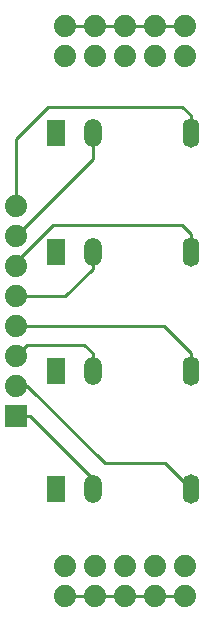
<source format=gbr>
G04 #@! TF.GenerationSoftware,KiCad,Pcbnew,5.1.5-52549c5~84~ubuntu18.04.1*
G04 #@! TF.CreationDate,2020-03-23T11:22:08-04:00*
G04 #@! TF.ProjectId,bbf-eurojacks-thonkiconn,6262662d-6575-4726-9f6a-61636b732d74,rev?*
G04 #@! TF.SameCoordinates,Original*
G04 #@! TF.FileFunction,Copper,L1,Top*
G04 #@! TF.FilePolarity,Positive*
%FSLAX46Y46*%
G04 Gerber Fmt 4.6, Leading zero omitted, Abs format (unit mm)*
G04 Created by KiCad (PCBNEW 5.1.5-52549c5~84~ubuntu18.04.1) date 2020-03-23 11:22:08*
%MOMM*%
%LPD*%
G04 APERTURE LIST*
%ADD10C,1.879600*%
%ADD11O,1.500000X2.400000*%
%ADD12R,1.500000X2.200000*%
%ADD13O,1.400000X2.500000*%
%ADD14R,1.879600X1.879600*%
%ADD15C,0.250000*%
G04 APERTURE END LIST*
D10*
X157081100Y-126588600D03*
X157081100Y-129128600D03*
X154541100Y-126588600D03*
X154541100Y-129128600D03*
X152001100Y-126588600D03*
X152001100Y-129128600D03*
X149461100Y-126588600D03*
X149461100Y-129128600D03*
X146921100Y-126588600D03*
X146921100Y-129128600D03*
D11*
X149276100Y-120103600D03*
D12*
X146176100Y-120103600D03*
D13*
X157576100Y-120103600D03*
D11*
X149276100Y-110035732D03*
D12*
X146176100Y-110035732D03*
D13*
X157576100Y-110035732D03*
D11*
X149276100Y-99967866D03*
D12*
X146176100Y-99967866D03*
D13*
X157576100Y-99967866D03*
D11*
X149276100Y-89900000D03*
D12*
X146176100Y-89900000D03*
D13*
X157576100Y-89900000D03*
D10*
X157081100Y-80868600D03*
X157081100Y-83408600D03*
X154541100Y-80868600D03*
X154541100Y-83408600D03*
X152001100Y-80868600D03*
X152001100Y-83408600D03*
X149461100Y-80868600D03*
X149461100Y-83408600D03*
X146921100Y-80868600D03*
X146921100Y-83408600D03*
X142786100Y-96108600D03*
X142786100Y-98648600D03*
X142786100Y-101188600D03*
X142786100Y-103728600D03*
X142786100Y-106268600D03*
X142786100Y-108808600D03*
X142786100Y-111348600D03*
D14*
X142786100Y-113888600D03*
D15*
X148250177Y-80868600D02*
X157081100Y-80868600D01*
X146921100Y-80868600D02*
X148250177Y-80868600D01*
X146921100Y-129128600D02*
X157081100Y-129128600D01*
X157576100Y-98467866D02*
X157576100Y-99967866D01*
X156808234Y-97700000D02*
X157576100Y-98467866D01*
X142786100Y-101188600D02*
X142786100Y-100813900D01*
X145900000Y-97700000D02*
X156808234Y-97700000D01*
X142786100Y-100813900D02*
X145900000Y-97700000D01*
X149276100Y-101417866D02*
X149276100Y-99967866D01*
X146965366Y-103728600D02*
X149276100Y-101417866D01*
X142786100Y-103728600D02*
X146965366Y-103728600D01*
X157576100Y-108535732D02*
X157576100Y-110035732D01*
X155308968Y-106268600D02*
X157576100Y-108535732D01*
X142786100Y-106268600D02*
X155308968Y-106268600D01*
X149276100Y-108585732D02*
X149276100Y-110035732D01*
X148559169Y-107868801D02*
X149276100Y-108585732D01*
X143725899Y-107868801D02*
X148559169Y-107868801D01*
X142786100Y-108808600D02*
X143725899Y-107868801D01*
X155372500Y-117900000D02*
X157576100Y-120103600D01*
X150300000Y-117900000D02*
X155372500Y-117900000D01*
X142786100Y-111348600D02*
X143748600Y-111348600D01*
X143748600Y-111348600D02*
X150300000Y-117900000D01*
X149276100Y-119188800D02*
X149276100Y-120103600D01*
X143975900Y-113888600D02*
X149276100Y-119188800D01*
X142786100Y-113888600D02*
X143975900Y-113888600D01*
X157576100Y-88400000D02*
X157576100Y-89900000D01*
X156876100Y-87700000D02*
X157576100Y-88400000D01*
X145500000Y-87700000D02*
X156876100Y-87700000D01*
X142786100Y-96108600D02*
X142786100Y-90413900D01*
X142786100Y-90413900D02*
X145500000Y-87700000D01*
X149276100Y-92158600D02*
X149276100Y-89900000D01*
X142786100Y-98648600D02*
X149276100Y-92158600D01*
M02*

</source>
